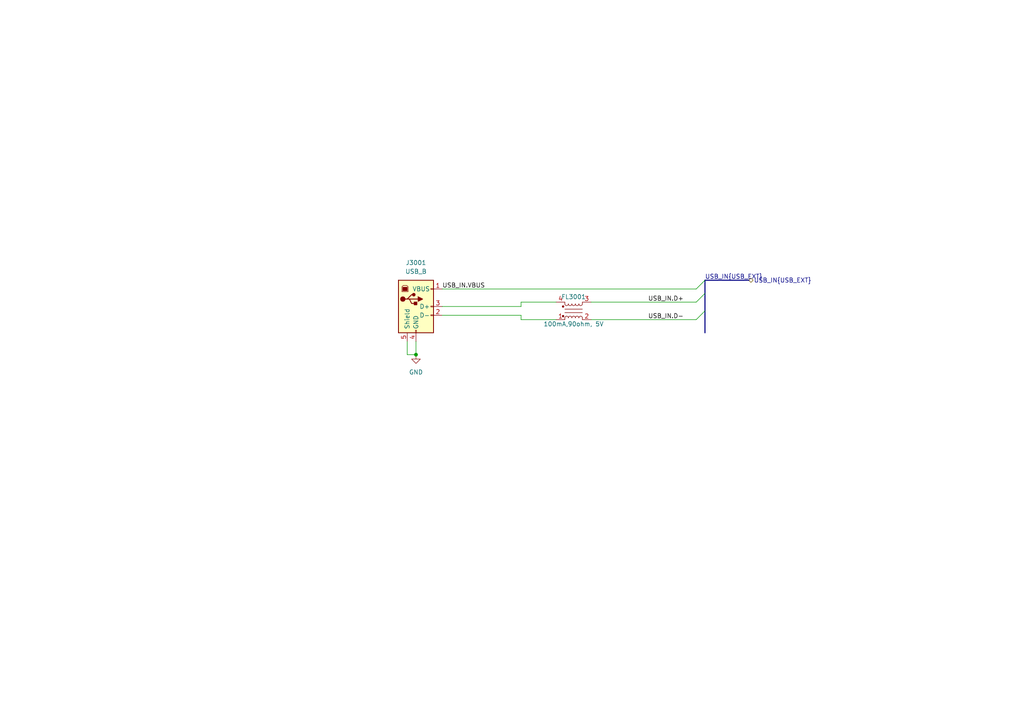
<source format=kicad_sch>
(kicad_sch (version 20231120) (generator "eeschema") (generator_version "8.0")
  (paper "A4")
  (lib_symbols
    (symbol "Connector:USB_B" (pin_names (offset 1.016))
      (property "Reference" "J" (at -5.08 11.43 0))
      (property "Value" "USB_B" (at -5.08 8.89 0))
      (symbol "USB_B_0_1"
        (rectangle (start -5.08 -7.62) (end 5.08 7.62) (stroke (width 0.254)) (fill (type background)))
        (circle (center -3.81 2.159) (radius 0.635) (stroke (width 0.254)) (fill (type outline)))
        (rectangle (start -3.81 5.588) (end -2.54 4.572) (fill (type outline)))
        (circle (center -0.635 3.429) (radius 0.381) (stroke (width 0.254)) (fill (type outline)))
        (rectangle (start -0.127 -7.62) (end 0.127 -6.858))
        (polyline (pts (xy -1.905 2.159) (xy 0.635 2.159)) (stroke (width 0.254)))
        (polyline (pts (xy -3.175 2.159) (xy -2.54 2.159) (xy -1.27 3.429) (xy -0.635 3.429)) (stroke (width 0.254)))
        (polyline (pts (xy -2.54 2.159) (xy -1.905 2.159) (xy -1.27 0.889) (xy 0 0.889)) (stroke (width 0.254)))
        (polyline (pts (xy 0.635 2.794) (xy 0.635 1.524) (xy 1.905 2.159) (xy 0.635 2.794)) (stroke (width 0.254)) (fill (type outline)))
        (polyline (pts (xy -4.064 4.318) (xy -2.286 4.318) (xy -2.286 5.715) (xy -2.667 6.096) (xy -3.683 6.096) (xy -4.064 5.715) (xy -4.064 4.318)))
        (rectangle (start 0.254 1.27) (end -0.508 0.508) (stroke (width 0.254)) (fill (type outline)))
        (rectangle (start 5.08 -2.667) (end 4.318 -2.413))
        (rectangle (start 5.08 -0.127) (end 4.318 0.127))
        (rectangle (start 5.08 4.953) (end 4.318 5.207))
      )
      (symbol "USB_B_1_1"
        (pin power_out line (at 7.62 5.08 180) (length 2.54) (name "VBUS") (number "1"))
        (pin bidirectional line (at 7.62 -2.54 180) (length 2.54) (name "D-") (number "2"))
        (pin bidirectional line (at 7.62 0 180) (length 2.54) (name "D+") (number "3"))
        (pin power_out line (at 0 -10.16 90) (length 2.54) (name "GND") (number "4"))
        (pin passive line (at -2.54 -10.16 90) (length 2.54) (name "Shield") (number "5"))
      )
    )
    (symbol "bt_Inductors:DLM0NSM900HY2D" (pin_names hide)
      (property "Reference" "FL" (at 0 5.08 0))
      (property "Value" "100mA,90ohm, 5V" (at 0 -5.08 0))
      (symbol "DLM0NSM900HY2D_1_1"
        (circle (center -3.048 -1.27) (radius 0.254) (fill (type outline)))
        (circle (center -3.048 1.524) (radius 0.254) (fill (type outline)))
        (arc (start -2.54 2.032) (mid -2.032 1.5262) (end -1.524 2.032))
        (arc (start -1.524 -2.032) (mid -2.032 -1.5262) (end -2.54 -2.032))
        (arc (start -1.524 2.032) (mid -1.016 1.5262) (end -0.508 2.032))
        (arc (start -0.508 -2.032) (mid -1.016 -1.5262) (end -1.524 -2.032))
        (arc (start -0.508 2.032) (mid 0 1.5262) (end 0.508 2.032))
        (polyline (pts (xy -2.54 -2.032) (xy -2.54 -2.54)))
        (polyline (pts (xy -2.54 0.508) (xy 2.54 0.508)))
        (polyline (pts (xy -2.54 2.032) (xy -2.54 2.54)))
        (polyline (pts (xy 2.54 -2.032) (xy 2.54 -2.54)))
        (polyline (pts (xy 2.54 -0.508) (xy -2.54 -0.508)))
        (polyline (pts (xy 2.54 2.54) (xy 2.54 2.032)))
        (arc (start 0.508 -2.032) (mid 0 -1.5262) (end -0.508 -2.032))
        (arc (start 0.508 2.032) (mid 1.016 1.5262) (end 1.524 2.032))
        (arc (start 1.524 -2.032) (mid 1.016 -1.5262) (end 0.508 -2.032))
        (arc (start 1.524 2.032) (mid 2.032 1.5262) (end 2.54 2.032))
        (arc (start 2.54 -2.032) (mid 2.032 -1.5262) (end 1.524 -2.032))
        (pin passive line (at -5.08 2.54 0) (length 2.54) (name "1") (number "1"))
        (pin passive line (at 5.08 2.54 180) (length 2.54) (name "2") (number "2"))
        (pin passive line (at 5.08 -2.54 180) (length 2.54) (name "3") (number "3"))
        (pin passive line (at -5.08 -2.54 0) (length 2.54) (name "4") (number "4"))
      )
    )
    (symbol "power:GND" (power) (pin_numbers hide) (pin_names (offset 0) hide)
      (property "Value" "GND" (at 0 -3.81 0))
      (symbol "GND_0_1"
        (polyline (pts (xy 0 0) (xy 0 -1.27) (xy 1.27 -1.27) (xy 0 -2.54) (xy -1.27 -1.27) (xy 0 -1.27)))
      )
      (symbol "GND_1_1"
        (pin power_in line (at 0 0 270) (length 0) (name "~") (number "1"))
      )
    )
  )
  (junction (at 120.65 102.87))
  (bus_entry (at 204.47 81.28) (size -2.54 2.54))
  (bus_entry (at 204.47 90.17) (size -2.54 2.54))
  (bus_entry (at 204.47 85.09) (size -2.54 2.54))
  (bus (pts (xy 204.47 85.09) (xy 204.47 81.28)))
  (wire (pts (xy 151.13 92.71) (xy 151.13 91.44)))
  (bus (pts (xy 204.47 90.17) (xy 204.47 85.09)))
  (bus (pts (xy 204.47 96.52) (xy 204.47 90.17)))
  (wire (pts (xy 151.13 88.9) (xy 151.13 87.63)))
  (wire (pts (xy 118.11 99.06) (xy 118.11 102.87)))
  (wire (pts (xy 118.11 102.87) (xy 120.65 102.87)))
  (wire (pts (xy 151.13 87.63) (xy 161.29 87.63)))
  (wire (pts (xy 171.45 92.71) (xy 201.93 92.71)))
  (wire (pts (xy 151.13 91.44) (xy 128.27 91.44)))
  (wire (pts (xy 128.27 83.82) (xy 201.93 83.82)))
  (bus (pts (xy 204.47 81.28) (xy 217.17 81.28)))
  (wire (pts (xy 171.45 87.63) (xy 201.93 87.63)))
  (wire (pts (xy 120.65 99.06) (xy 120.65 102.87)))
  (wire (pts (xy 161.29 92.71) (xy 151.13 92.71)))
  (wire (pts (xy 128.27 88.9) (xy 151.13 88.9)))
  (label "USB_IN.D+" (at 187.96 87.63 0))
  (label "USB_IN{USB_EXT}" (at 204.47 81.28 0))
  (label "USB_IN.D-" (at 187.96 92.71 0))
  (label "USB_IN.VBUS" (at 128.27 83.82 0))
  (hierarchical_label "USB_IN{USB_EXT}" (shape bidirectional) (at 217.17 81.28 0))
  (symbol (lib_id "power:GND") (at 120.65 102.87 0) (unit 1)
    (property "Reference" "#PWR03001" (effects (hide yes)))
    (property "Value" "GND" (at 120.65 107.95 0))
    (property "Description" "Power symbol creates a global label with name \"GND\" , ground" (effects (hide yes)))
  )
  (symbol (lib_id "Connector:USB_B") (at 120.65 88.9 0) (unit 1)
    (property "Reference" "J3001" (at 120.65 76.2 0))
    (property "Value" "USB_B" (at 120.65 78.74 0))
    (property "Footprint" "Connector_USB:USB_B_TE_5787834_Vertical" (effects (hide yes)))
    (property "Datasheet" " ~" (effects (hide yes)))
    (property "Description" "USB Type B connector" (effects (hide yes)))
  )
  (symbol (lib_id "bt_Inductors:DLM0NSM900HY2D") (at 166.37 90.17 0) (mirror x) (unit 1)
    (property "Reference" "FL3001" (at 166.37 86.106 0))
    (property "Value" "100mA,90ohm, 5V" (at 166.37 93.98 0))
    (property "Footprint" "bt_footprints:DLM0NSM900HY2D" (effects (hide yes)))
    (property "Description" "Common mode choke, 100mA, 5VDC,  90 ohm" (effects (hide yes)))
    (property "CPN" "BT00301-00001" (effects (hide yes)))
    (property "MPN" "DLM0NSM900HY2D" (effects (hide yes)))
  )
)
</source>
